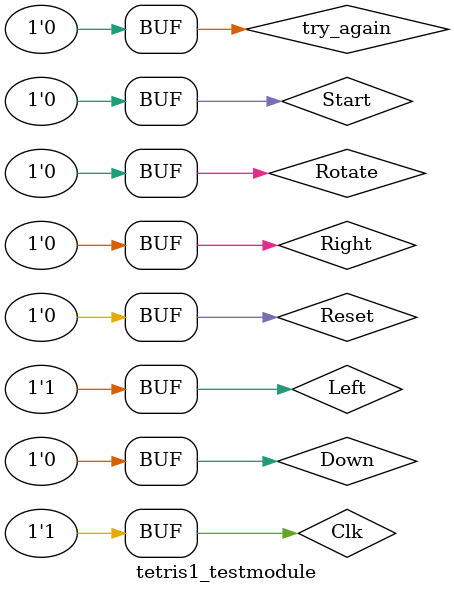
<source format=v>

module tetris1_testmodule();
reg Reset,Clk,Start,try_again,Left,Right,Down,Rotate;
wire [159:0] blocks;
wire [7:0] score;
wire [1:0] orientation;
wire [7:0] position;
wire [2:0] next_block;
wire O_Initial,O_Generate,O_Rotate,O_Collision,O_Lose;

tetris1 test( Reset, Clk, Start, try_again, Left, Right, Down, Rotate,
	O_Initial, O_Generate, O_Rotate, O_Collision, O_Lose, blocks, score, orientation, position, next_block
    );
initial
begin
$dumpfile("demo_test.vcd");
$dumpvars(0,tetris1_testmodule);
end
initial
begin
Reset=1;
Clk=0;
Start=0;
try_again=0;
Left=0;
Right=0;
Down=0;
Rotate=0;
#10;
Reset=0;
Clk=1;
Start=1;
try_again=0;
Left=0;
Right=0;
Down=0;
Rotate=0;
#10;
Reset=0;
Clk=0;
Start=0;
try_again=0;
Left=0;
Right=0;
Down=0;
Rotate=0;
#10;
Reset=0;
Clk=1;
Start=0;
try_again=0;
Left=0;
Right=0;
Down=0;
Rotate=1;
#10;
Reset=0;
Clk=0;
Start=0;
try_again=0;
Left=0;
Right=0;
Down=0;
Rotate=0;
#10;
Reset=0;
Clk=1;
Start=0;
try_again=0;
Left=0;
Right=0;
Down=1;
Rotate=0;
#10;
Reset=0;
Clk=0;
Start=0;
try_again=0;
Left=0;
Right=0;
Down=0;
Rotate=0;
#10;
Reset=0;
Clk=1;
Start=0;
try_again=0;
Left=0;
Right=0;
Down=1;
Rotate=0;
#10;
Reset=0;
Clk=0;
Start=0;
try_again=0;
Left=0;
Right=0;
Down=0;
Rotate=0;
#10;
Reset=0;
Clk=1;
Start=0;
try_again=0;
Left=0;
Right=0;
Down=1;
Rotate=0;
#10;
Reset=0;
Clk=0;
Start=0;
try_again=0;
Left=0;
Right=0;
Down=0;
Rotate=0;
#10;
Reset=0;
Clk=1;
Start=0;
try_again=0;
Left=0;
Right=1;
Down=0;
Rotate=0;
#10;
Reset=0;
Clk=0;
Start=0;
try_again=0;
Left=0;
Right=0;
Down=0;
Rotate=0;
#10;
Reset=0;
Clk=1;
Start=0;
try_again=0;
Left=1;
Right=0;
Down=0;
Rotate=0;
#10;
end
endmodule

</source>
